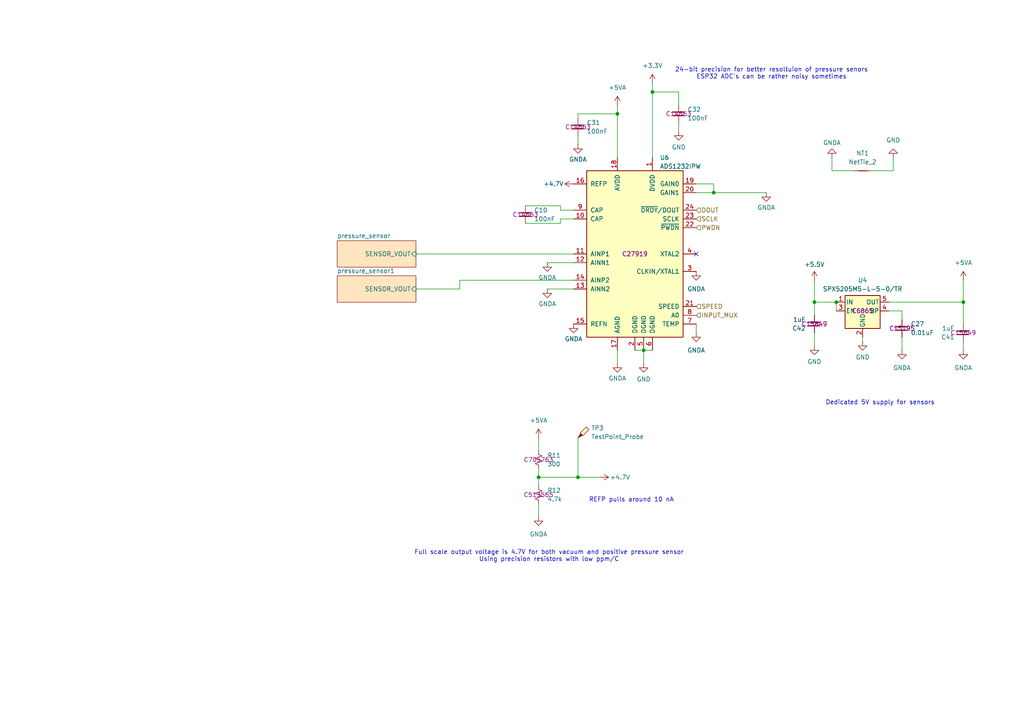
<source format=kicad_sch>
(kicad_sch (version 20250114) (generator "eeschema") (generator_version "9.0")
  (paper "A4")
  (lib_symbols
    (symbol "Analog_ADC:ADS1232IPW" (pin_names (offset 1.016))
      (property "Reference" "U" (at -13.97 25.4 0))
      (property "Value" "ADS1232IPW" (at 7.62 25.4 0))
      (symbol "ADS1232IPW_0_1"
        (rectangle (start -13.97 24.13) (end 13.97 -24.13) (stroke (width 0.254)) (fill (type background)))
      )
      (symbol "ADS1232IPW_1_1"
        (pin input line (at -17.78 20.32 0) (length 3.81) (name "REFP") (number "16"))
        (pin passive line (at -17.78 12.7 0) (length 3.81) (name "CAP") (number "9"))
        (pin passive line (at -17.78 10.16 0) (length 3.81) (name "CAP") (number "10"))
        (pin input line (at -17.78 0 0) (length 3.81) (name "AINP1") (number "11"))
        (pin input line (at -17.78 -2.54 0) (length 3.81) (name "AINN1") (number "12"))
        (pin input line (at -17.78 -7.62 0) (length 3.81) (name "AINP2") (number "14"))
        (pin input line (at -17.78 -10.16 0) (length 3.81) (name "AINN2") (number "13"))
        (pin input line (at -17.78 -20.32 0) (length 3.81) (name "REFN") (number "15"))
        (pin power_in line (at -5.08 27.94 270) (length 3.81) (name "AVDD") (number "18"))
        (pin power_in line (at -5.08 -27.94 90) (length 3.81) (name "AGND") (number "17"))
        (pin power_in line (at 0 -27.94 90) (length 3.81) (name "DGND") (number "2"))
        (pin power_in line (at 2.54 -27.94 90) (length 3.81) (name "DGND") (number "5"))
        (pin power_in line (at 5.08 27.94 270) (length 3.81) (name "DVDD") (number "1"))
        (pin power_in line (at 5.08 -27.94 90) (length 3.81) (name "DGND") (number "6"))
        (pin input line (at 17.78 20.32 180) (length 3.81) (name "GAIN0") (number "19"))
        (pin input line (at 17.78 17.78 180) (length 3.81) (name "GAIN1") (number "20"))
        (pin output line (at 17.78 12.7 180) (length 3.81) (name "~{DRDY}/DOUT") (number "24"))
        (pin input line (at 17.78 10.16 180) (length 3.81) (name "SCLK") (number "23"))
        (pin input line (at 17.78 7.62 180) (length 3.81) (name "~{PWDN}") (number "22"))
        (pin bidirectional line (at 17.78 0 180) (length 3.81) (name "XTAL2") (number "4"))
        (pin bidirectional line (at 17.78 -5.08 180) (length 3.81) (name "CLKIN/XTAL1") (number "3"))
        (pin input line (at 17.78 -15.24 180) (length 3.81) (name "SPEED") (number "21"))
        (pin input line (at 17.78 -17.78 180) (length 3.81) (name "A0") (number "8"))
        (pin input line (at 17.78 -20.32 180) (length 3.81) (name "TEMP") (number "7"))
      )
    )
    (symbol "Connector:TestPoint_Probe" (pin_numbers (hide yes)) (pin_names (offset 0.762) (hide yes))
      (property "Reference" "TP" (at 1.651 5.842 0))
      (property "Value" "TestPoint_Probe" (at 1.651 4.064 0))
      (symbol "TestPoint_Probe_0_1"
        (polyline (pts (xy 1.27 0.762) (xy 0 0) (xy 0.762 1.27) (xy 1.27 0.762)) (fill (type outline)))
        (polyline (pts (xy 1.397 0.635) (xy 0.635 1.397) (xy 2.413 3.175) (xy 3.175 2.413) (xy 1.397 0.635)) (fill (type background)))
      )
      (symbol "TestPoint_Probe_1_1"
        (pin passive line (at 0 0 90) (length 0) (name "1") (number "1"))
      )
    )
    (symbol "Device:C_Small" (pin_numbers (hide yes)) (pin_names (offset 0.254) (hide yes))
      (property "Reference" "C" (at 0.254 1.778 0))
      (property "Value" "C_Small" (at 0.254 -2.032 0))
      (symbol "C_Small_0_1"
        (polyline (pts (xy -1.524 0.508) (xy 1.524 0.508)) (stroke (width 0.3048)))
        (polyline (pts (xy -1.524 -0.508) (xy 1.524 -0.508)) (stroke (width 0.3302)))
      )
      (symbol "C_Small_1_1"
        (pin passive line (at 0 2.54 270) (length 2.032) (name "~") (number "1"))
        (pin passive line (at 0 -2.54 90) (length 2.032) (name "~") (number "2"))
      )
    )
    (symbol "Device:NetTie_2" (pin_numbers (hide yes)) (pin_names (offset 0) (hide yes)) (in_bom no)
      (property "Reference" "NT" (at 0 1.27 0))
      (property "Value" "NetTie_2" (at 0 -1.27 0))
      (symbol "NetTie_2_0_1"
        (polyline (pts (xy -1.27 0) (xy 1.27 0)) (stroke (width 0.254)))
      )
      (symbol "NetTie_2_1_1"
        (pin passive line (at -2.54 0 0) (length 2.54) (name "1") (number "1"))
        (pin passive line (at 2.54 0 180) (length 2.54) (name "2") (number "2"))
      )
    )
    (symbol "Device:R_Small_US" (pin_numbers (hide yes)) (pin_names (offset 0.254) (hide yes))
      (property "Reference" "R" (at 0.762 0.508 0))
      (property "Value" "R_Small_US" (at 0.762 -1.016 0))
      (symbol "R_Small_US_1_1"
        (polyline (pts (xy 0 1.524) (xy 1.016 1.143) (xy 0 0.762) (xy -1.016 0.381) (xy 0 0)))
        (polyline (pts (xy 0 0) (xy 1.016 -0.381) (xy 0 -0.762) (xy -1.016 -1.143) (xy 0 -1.524)))
        (pin passive line (at 0 2.54 270) (length 1.016) (name "~") (number "1"))
        (pin passive line (at 0 -2.54 90) (length 1.016) (name "~") (number "2"))
      )
    )
    (symbol "Regulator_Linear:SPX3819M5-L-5-0" (pin_names (offset 0.254))
      (property "Reference" "U" (at -3.81 5.715 0))
      (property "Value" "SPX3819M5-L-5-0" (at 0 5.715 0))
      (symbol "SPX3819M5-L-5-0_0_1"
        (rectangle (start -5.08 4.445) (end 5.08 -5.08) (stroke (width 0.254)) (fill (type background)))
      )
      (symbol "SPX3819M5-L-5-0_1_1"
        (pin power_in line (at -7.62 2.54 0) (length 2.54) (name "IN") (number "1"))
        (pin input line (at -7.62 0 0) (length 2.54) (name "EN") (number "3"))
        (pin power_in line (at 0 -7.62 90) (length 2.54) (name "GND") (number "2"))
        (pin power_out line (at 7.62 2.54 180) (length 2.54) (name "OUT") (number "5"))
        (pin input line (at 7.62 0 180) (length 2.54) (name "BP") (number "4"))
      )
    )
    (symbol "power:+3.3V" (power) (pin_numbers (hide yes)) (pin_names (offset 0) (hide yes))
      (property "Value" "+3.3V" (at 0 3.556 0))
      (symbol "+3.3V_0_1"
        (polyline (pts (xy -0.762 1.27) (xy 0 2.54)))
        (polyline (pts (xy 0 2.54) (xy 0.762 1.27)))
        (polyline (pts (xy 0 0) (xy 0 2.54)))
      )
      (symbol "+3.3V_1_1"
        (pin power_in line (at 0 0 90) (length 0) (name "~") (number "1"))
      )
    )
    (symbol "power:+5V" (power) (pin_numbers (hide yes)) (pin_names (offset 0) (hide yes))
      (property "Value" "+5V" (at 0 3.556 0))
      (symbol "+5V_0_1"
        (polyline (pts (xy -0.762 1.27) (xy 0 2.54)))
        (polyline (pts (xy 0 2.54) (xy 0.762 1.27)))
        (polyline (pts (xy 0 0) (xy 0 2.54)))
      )
      (symbol "+5V_1_1"
        (pin power_in line (at 0 0 90) (length 0) (name "~") (number "1"))
      )
    )
    (symbol "power:+5VA" (power) (pin_numbers (hide yes)) (pin_names (offset 0) (hide yes))
      (property "Value" "+5VA" (at 0 3.556 0))
      (symbol "+5VA_0_1"
        (polyline (pts (xy -0.762 1.27) (xy 0 2.54)))
        (polyline (pts (xy 0 2.54) (xy 0.762 1.27)))
        (polyline (pts (xy 0 0) (xy 0 2.54)))
      )
      (symbol "+5VA_1_1"
        (pin power_in line (at 0 0 90) (length 0) (name "~") (number "1"))
      )
    )
    (symbol "power:GND" (power) (pin_numbers (hide yes)) (pin_names (offset 0) (hide yes))
      (property "Value" "GND" (at 0 -3.81 0))
      (symbol "GND_0_1"
        (polyline (pts (xy 0 0) (xy 0 -1.27) (xy 1.27 -1.27) (xy 0 -2.54) (xy -1.27 -1.27) (xy 0 -1.27)))
      )
      (symbol "GND_1_1"
        (pin power_in line (at 0 0 270) (length 0) (name "~") (number "1"))
      )
    )
    (symbol "power:GNDA" (power) (pin_numbers (hide yes)) (pin_names (offset 0) (hide yes))
      (property "Value" "GNDA" (at 0 -3.81 0))
      (symbol "GNDA_0_1"
        (polyline (pts (xy 0 0) (xy 0 -1.27) (xy 1.27 -1.27) (xy 0 -2.54) (xy -1.27 -1.27) (xy 0 -1.27)))
      )
      (symbol "GNDA_1_1"
        (pin power_in line (at 0 0 270) (length 0) (name "~") (number "1"))
      )
    )
    (symbol "power:VAA" (power) (pin_numbers (hide yes)) (pin_names (offset 0) (hide yes))
      (property "Value" "VAA" (at 0 3.556 0))
      (symbol "VAA_0_1"
        (polyline (pts (xy -0.762 1.27) (xy 0 2.54)))
        (polyline (pts (xy 0 2.54) (xy 0.762 1.27)))
        (polyline (pts (xy 0 0) (xy 0 2.54)))
      )
      (symbol "VAA_1_1"
        (pin power_in line (at 0 0 90) (length 0) (name "~") (number "1"))
      )
    )
  )
  (text "REFP pulls around 10 nA" (at 183.134 145.034 0) (effects (font (size 1.27 1.27))))
  (text "24-bit precision for better resoltuion of pressure senors\nESP32 ADC's can be rather noisy sometimes" (at 223.774 21.336 0) (effects (font (size 1.27 1.27))))
  (text "Full scale output voltage is 4.7V for both vacuum and positive pressure sensor\nUsing precision resistors with low ppm/C" (at 159.258 161.29 0) (effects (font (size 1.27 1.27))))
  (text "Dedicated 5V supply for sensors" (at 255.27 116.84 0) (effects (font (size 1.27 1.27))))
  (junction (at 207.01 55.88))
  (junction (at 179.07 33.02))
  (junction (at 242.57 87.63))
  (junction (at 236.22 87.63))
  (junction (at 156.21 138.43))
  (junction (at 186.69 101.6))
  (junction (at 279.4 87.63))
  (junction (at 189.23 26.67))
  (junction (at 167.64 138.43))
  (no_connect (at 201.93 73.66))
  (wire (pts (xy 196.85 26.67) (xy 189.23 26.67)))
  (wire (pts (xy 241.3 49.53) (xy 247.65 49.53)))
  (wire (pts (xy 222.25 55.88) (xy 207.01 55.88)))
  (wire (pts (xy 167.64 34.29) (xy 167.64 33.02)))
  (wire (pts (xy 261.62 90.17) (xy 261.62 92.71)))
  (wire (pts (xy 162.56 60.96) (xy 166.37 60.96)))
  (wire (pts (xy 236.22 87.63) (xy 236.22 91.44)))
  (wire (pts (xy 279.4 99.06) (xy 279.4 101.6)))
  (wire (pts (xy 184.15 101.6) (xy 186.69 101.6)))
  (wire (pts (xy 201.93 55.88) (xy 207.01 55.88)))
  (wire (pts (xy 250.19 97.79) (xy 250.19 99.06)))
  (wire (pts (xy 279.4 81.28) (xy 279.4 87.63)))
  (wire (pts (xy 252.73 49.53) (xy 259.08 49.53)))
  (wire (pts (xy 133.35 81.28) (xy 166.37 81.28)))
  (wire (pts (xy 186.69 101.6) (xy 186.69 105.41)))
  (wire (pts (xy 167.64 138.43) (xy 173.99 138.43)))
  (wire (pts (xy 241.3 45.72) (xy 241.3 49.53)))
  (wire (pts (xy 167.64 41.91) (xy 167.64 39.37)))
  (wire (pts (xy 179.07 33.02) (xy 179.07 45.72)))
  (wire (pts (xy 189.23 26.67) (xy 189.23 45.72)))
  (wire (pts (xy 242.57 87.63) (xy 242.57 90.17)))
  (wire (pts (xy 158.75 83.82) (xy 166.37 83.82)))
  (wire (pts (xy 189.23 24.13) (xy 189.23 26.67)))
  (wire (pts (xy 156.21 127) (xy 156.21 130.81)))
  (wire (pts (xy 257.81 90.17) (xy 261.62 90.17)))
  (wire (pts (xy 196.85 30.48) (xy 196.85 26.67)))
  (wire (pts (xy 179.07 30.48) (xy 179.07 33.02)))
  (wire (pts (xy 166.37 63.5) (xy 162.56 63.5)))
  (wire (pts (xy 156.21 138.43) (xy 156.21 140.97)))
  (wire (pts (xy 242.57 87.63) (xy 236.22 87.63)))
  (wire (pts (xy 196.85 38.1) (xy 196.85 35.56)))
  (wire (pts (xy 156.21 138.43) (xy 167.64 138.43)))
  (wire (pts (xy 201.93 93.98) (xy 201.93 96.52)))
  (wire (pts (xy 279.4 87.63) (xy 279.4 93.98)))
  (wire (pts (xy 162.56 63.5) (xy 162.56 64.77)))
  (wire (pts (xy 207.01 53.34) (xy 207.01 55.88)))
  (wire (pts (xy 152.4 59.69) (xy 162.56 59.69)))
  (wire (pts (xy 167.64 127) (xy 167.64 138.43)))
  (wire (pts (xy 179.07 101.6) (xy 179.07 105.41)))
  (wire (pts (xy 236.22 81.28) (xy 236.22 87.63)))
  (wire (pts (xy 236.22 96.52) (xy 236.22 100.33)))
  (wire (pts (xy 156.21 135.89) (xy 156.21 138.43)))
  (wire (pts (xy 158.75 76.2) (xy 166.37 76.2)))
  (wire (pts (xy 259.08 49.53) (xy 259.08 45.72)))
  (wire (pts (xy 201.93 53.34) (xy 207.01 53.34)))
  (wire (pts (xy 133.35 81.28) (xy 133.35 83.82)))
  (wire (pts (xy 162.56 64.77) (xy 152.4 64.77)))
  (wire (pts (xy 261.62 97.79) (xy 261.62 101.6)))
  (wire (pts (xy 120.65 73.66) (xy 166.37 73.66)))
  (wire (pts (xy 162.56 59.69) (xy 162.56 60.96)))
  (wire (pts (xy 167.64 33.02) (xy 179.07 33.02)))
  (wire (pts (xy 257.81 87.63) (xy 279.4 87.63)))
  (wire (pts (xy 186.69 101.6) (xy 189.23 101.6)))
  (wire (pts (xy 133.35 83.82) (xy 120.65 83.82)))
  (wire (pts (xy 156.21 146.05) (xy 156.21 149.86)))
  (hierarchical_label "SCLK" (shape input) (at 201.93 63.5 0))
  (hierarchical_label "INPUT_MUX" (shape input) (at 201.93 91.44 0))
  (hierarchical_label "PWDN" (shape input) (at 201.93 66.04 0))
  (hierarchical_label "DOUT" (shape input) (at 201.93 60.96 0))
  (hierarchical_label "SPEED" (shape input) (at 201.93 88.9 0))
  (symbol (lib_id "power:GNDA") (at 156.21 149.86 0) (unit 1)
    (property "Reference" "#PWR018" (effects (hide yes)))
    (property "Value" "GNDA" (at 156.21 154.94 0))
    (property "Description" "Power symbol creates a global label with name \"GNDA\" , analog ground" (effects (hide yes)))
  )
  (symbol (lib_id "power:GNDA") (at 241.3 45.72 180) (unit 1)
    (property "Reference" "#PWR098" (effects (hide yes)))
    (property "Value" "GNDA" (at 241.3 41.402 0))
    (property "Description" "Power symbol creates a global label with name \"GNDA\" , analog ground" (effects (hide yes)))
  )
  (symbol (lib_id "power:GNDA") (at 261.62 101.6 0) (unit 1)
    (property "Reference" "#PWR084" (effects (hide yes)))
    (property "Value" "GNDA" (at 261.62 106.68 0))
    (property "Description" "Power symbol creates a global label with name \"GNDA\" , analog ground" (effects (hide yes)))
  )
  (symbol (lib_id "Regulator_Linear:SPX3819M5-L-5-0") (at 250.19 90.17 0) (unit 1)
    (property "Reference" "U4" (at 250.19 81.28 0))
    (property "Value" "SPX5205M5-L-5-0/TR" (at 250.19 83.82 0))
    (property "Footprint" "Package_TO_SOT_SMD:SOT-23-5" (effects (hide yes)))
    (property "Description" "150mA Fixed 5V Positive electrode 16V SOT-23-5 Voltage Regulators - Linear, Low Drop Out (LDO) Regulators ROHS" (effects (hide yes)))
    (property "MPN" "SPX5205M5-L-5-0/TR" (effects (hide yes)))
    (property "Manufacturer" "MaxLinear" (effects (hide yes)))
    (property "LCSC" "C6865" (at 250.19 90.17 0))
  )
  (symbol (lib_id "Device:R_Small_US") (at 156.21 143.51 0) (unit 1)
    (property "Reference" "R12" (at 158.75 142.2399 0) (effects (justify left)))
    (property "Value" "4.7k" (at 158.75 144.7799 0) (effects (justify left)))
    (property "Footprint" "Resistor_SMD:R_0603_1608Metric_Pad0.98x0.95mm_HandSolder" (effects (hide yes)))
    (property "Description" "100mW Thin Film Resistor 75V ±25ppm/℃ ±0.1% 4.7kΩ 0603 Chip Resistor - Surface Mount ROHS" (effects (hide yes)))
    (property "MPN" "RT0603BRD074K7L" (effects (hide yes)))
    (property "Manufacturer" "YAGEO" (effects (hide yes)))
    (property "DigiKey Link" "https://www.digikey.com/en/products/detail/susumu/RG1608P-472-B-T5/1240593" (effects (hide yes)))
    (property "LCSC" "C513565" (at 156.21 143.51 0))
  )
  (symbol (lib_id "power:GND") (at 250.19 99.06 0) (unit 1)
    (property "Reference" "#PWR085" (effects (hide yes)))
    (property "Value" "GND" (at 250.19 103.632 0))
    (property "Description" "Power symbol creates a global label with name \"GND\" , ground" (effects (hide yes)))
  )
  (symbol (lib_id "power:GNDA") (at 158.75 76.2 0) (unit 1)
    (property "Reference" "#PWR0113" (effects (hide yes)))
    (property "Value" "GNDA" (at 158.75 80.518 0))
    (property "Description" "Power symbol creates a global label with name \"GNDA\" , analog ground" (effects (hide yes)))
  )
  (symbol (lib_id "power:GNDA") (at 279.4 101.6 0) (unit 1)
    (property "Reference" "#PWR088" (effects (hide yes)))
    (property "Value" "GNDA" (at 279.4 106.68 0))
    (property "Description" "Power symbol creates a global label with name \"GNDA\" , analog ground" (effects (hide yes)))
  )
  (symbol (lib_id "power:VAA") (at 173.99 138.43 270) (unit 1)
    (property "Reference" "#PWR024" (effects (hide yes)))
    (property "Value" "+4.7V" (at 179.832 138.43 90))
    (property "Description" "Power symbol creates a global label with name \"VAA\"" (effects (hide yes)))
  )
  (symbol (lib_id "power:+5VA") (at 156.21 127 0) (unit 1)
    (property "Reference" "#PWR020" (effects (hide yes)))
    (property "Value" "+5VA" (at 156.21 121.92 0))
    (property "Description" "Power symbol creates a global label with name \"+5VA\"" (effects (hide yes)))
  )
  (symbol (lib_id "Device:C_Small") (at 279.4 96.52 180) (unit 1)
    (property "Reference" "C41" (at 276.86 97.7838 0) (effects (justify left)))
    (property "Value" "1uF" (at 276.86 95.2438 0) (effects (justify left)))
    (property "Footprint" "Capacitor_SMD:C_0603_1608Metric_Pad1.08x0.95mm_HandSolder" (effects (hide yes)))
    (property "Description" "50V 1uF X5R ±10% 0603 Multilayer Ceramic Capacitors MLCC - SMD/SMT ROHS" (effects (hide yes)))
    (property "DigiKey Link" "https://www.digikey.com/en/products/detail/samsung-electro-mechanics/CL10B105KO8NNNC/3886677" (effects (hide yes)))
    (property "MPN" "CL10A105KB8NNNC" (effects (hide yes)))
    (property "Manufacturer" "Samsung Electro-Mechanics" (effects (hide yes)))
    (property "LCSC" "C15849" (at 279.4 96.52 0))
  )
  (symbol (lib_id "power:+5VA") (at 179.07 30.48 0) (unit 1)
    (property "Reference" "#PWR0109" (effects (hide yes)))
    (property "Value" "+5VA" (at 179.07 25.4 0))
    (property "Description" "Power symbol creates a global label with name \"+5VA\"" (effects (hide yes)))
  )
  (symbol (lib_id "Device:C_Small") (at 236.22 93.98 180) (unit 1)
    (property "Reference" "C42" (at 233.68 95.2438 0) (effects (justify left)))
    (property "Value" "1uF" (at 233.68 92.7038 0) (effects (justify left)))
    (property "Footprint" "Capacitor_SMD:C_0603_1608Metric_Pad1.08x0.95mm_HandSolder" (effects (hide yes)))
    (property "Description" "50V 1uF X5R ±10% 0603 Multilayer Ceramic Capacitors MLCC - SMD/SMT ROHS" (effects (hide yes)))
    (property "DigiKey Link" "https://www.digikey.com/en/products/detail/samsung-electro-mechanics/CL10B105KO8NNNC/3886677" (effects (hide yes)))
    (property "MPN" "CL10A105KB8NNNC" (effects (hide yes)))
    (property "Manufacturer" "Samsung Electro-Mechanics" (effects (hide yes)))
    (property "LCSC" "C15849" (at 236.22 93.98 0))
  )
  (symbol (lib_id "power:GNDA") (at 167.64 41.91 0) (unit 1)
    (property "Reference" "#PWR0116" (effects (hide yes)))
    (property "Value" "GNDA" (at 167.64 46.228 0))
    (property "Description" "Power symbol creates a global label with name \"GNDA\" , analog ground" (effects (hide yes)))
  )
  (symbol (lib_id "Device:C_Small") (at 152.4 62.23 0) (unit 1)
    (property "Reference" "C10" (at 154.94 60.9662 0) (effects (justify left)))
    (property "Value" "100nF" (at 154.94 63.5062 0) (effects (justify left)))
    (property "Footprint" "Capacitor_SMD:C_0603_1608Metric_Pad1.08x0.95mm_HandSolder" (effects (hide yes)))
    (property "Description" "50V 100nF X7R ±10% 0603 Multilayer Ceramic Capacitors MLCC - SMD/SMT ROHS" (effects (hide yes)))
    (property "DigiKey Link" "https://www.digikey.com/en/products/detail/samsung-electro-mechanics/CL10B104KO8NNNC/3886663" (effects (hide yes)))
    (property "MPN" "CC0603KRX7R9BB104" (effects (hide yes)))
    (property "Manufacturer" "YAGEO" (effects (hide yes)))
    (property "LCSC" "C14663" (at 152.4 62.23 0))
  )
  (symbol (lib_id "power:+3.3V") (at 189.23 24.13 0) (unit 1)
    (property "Reference" "#PWR038" (effects (hide yes)))
    (property "Value" "+3.3V" (at 189.23 19.05 0))
    (property "Description" "Power symbol creates a global label with name \"+3.3V\"" (effects (hide yes)))
  )
  (symbol (lib_id "power:GND") (at 196.85 38.1 0) (unit 1)
    (property "Reference" "#PWR0117" (effects (hide yes)))
    (property "Value" "GND" (at 196.85 42.672 0))
    (property "Description" "Power symbol creates a global label with name \"GND\" , ground" (effects (hide yes)))
  )
  (symbol (lib_id "Connector:TestPoint_Probe") (at 167.64 127 0) (unit 1) (in_bom no)
    (property "Reference" "TP3" (at 171.45 124.1424 0) (effects (justify left)))
    (property "Value" "TestPoint_Probe" (at 171.45 126.6824 0) (effects (justify left)))
    (property "Footprint" "TestPoint:TestPoint_Keystone_5000-5004_Miniature" (effects (hide yes)))
    (property "Description" "test point (alternative probe-style design)" (effects (hide yes)))
  )
  (symbol (lib_id "power:GNDA") (at 179.07 105.41 0) (unit 1)
    (property "Reference" "#PWR077" (effects (hide yes)))
    (property "Value" "GNDA" (at 179.07 109.728 0))
    (property "Description" "Power symbol creates a global label with name \"GNDA\" , analog ground" (effects (hide yes)))
  )
  (symbol (lib_id "Device:C_Small") (at 196.85 33.02 0) (unit 1)
    (property "Reference" "C32" (at 199.39 31.7562 0) (effects (justify left)))
    (property "Value" "100nF" (at 199.39 34.2962 0) (effects (justify left)))
    (property "Footprint" "Capacitor_SMD:C_0603_1608Metric_Pad1.08x0.95mm_HandSolder" (effects (hide yes)))
    (property "Description" "50V 100nF X7R ±10% 0603 Multilayer Ceramic Capacitors MLCC - SMD/SMT ROHS" (effects (hide yes)))
    (property "DigiKey Link" "https://www.digikey.com/en/products/detail/samsung-electro-mechanics/CL10B104KO8NNNC/3886663" (effects (hide yes)))
    (property "MPN" "CC0603KRX7R9BB104" (effects (hide yes)))
    (property "Manufacturer" "YAGEO" (effects (hide yes)))
    (property "LCSC" "C14663" (at 196.85 33.02 0))
  )
  (symbol (lib_id "power:GNDA") (at 201.93 78.74 0) (unit 1)
    (property "Reference" "#PWR0110" (effects (hide yes)))
    (property "Value" "GNDA" (at 201.93 83.82 0))
    (property "Description" "Power symbol creates a global label with name \"GNDA\" , analog ground" (effects (hide yes)))
  )
  (symbol (lib_id "power:+5VA") (at 279.4 81.28 0) (unit 1)
    (property "Reference" "#PWR089" (effects (hide yes)))
    (property "Value" "+5VA" (at 279.4 76.2 0))
    (property "Description" "Power symbol creates a global label with name \"+5VA\"" (effects (hide yes)))
  )
  (symbol (lib_id "Device:C_Small") (at 167.64 36.83 0) (unit 1)
    (property "Reference" "C31" (at 170.18 35.5662 0) (effects (justify left)))
    (property "Value" "100nF" (at 170.18 38.1062 0) (effects (justify left)))
    (property "Footprint" "Capacitor_SMD:C_0603_1608Metric_Pad1.08x0.95mm_HandSolder" (effects (hide yes)))
    (property "Description" "50V 100nF X7R ±10% 0603 Multilayer Ceramic Capacitors MLCC - SMD/SMT ROHS" (effects (hide yes)))
    (property "DigiKey Link" "https://www.digikey.com/en/products/detail/samsung-electro-mechanics/CL10B104KO8NNNC/3886663" (effects (hide yes)))
    (property "MPN" "CC0603KRX7R9BB104" (effects (hide yes)))
    (property "Manufacturer" "YAGEO" (effects (hide yes)))
    (property "LCSC" "C14663" (at 167.64 36.83 0))
  )
  (symbol (lib_id "Device:R_Small_US") (at 156.21 133.35 0) (unit 1)
    (property "Reference" "R11" (at 158.75 132.0799 0) (effects (justify left)))
    (property "Value" "300" (at 158.75 134.6199 0) (effects (justify left)))
    (property "Footprint" "Resistor_SMD:R_0603_1608Metric_Pad0.98x0.95mm_HandSolder" (effects (hide yes)))
    (property "Description" "100mW Thin Film Resistor 75V ±25ppm/℃ ±0.1% 300Ω 0603 Chip Resistor - Surface Mount ROHS" (effects (hide yes)))
    (property "MPN" "RT0603BRD07300RL" (effects (hide yes)))
    (property "Manufacturer" "YAGEO" (effects (hide yes)))
    (property "DigiKey Link" "https://www.digikey.com/en/products/detail/susumu/RG1608P-301-B-T5/1240548" (effects (hide yes)))
    (property "LCSC" "C705763" (at 156.21 133.35 0))
  )
  (symbol (lib_id "power:VAA") (at 166.37 53.34 90) (unit 1)
    (property "Reference" "#PWR039" (effects (hide yes)))
    (property "Value" "+4.7V" (at 160.528 53.34 90))
    (property "Description" "Power symbol creates a global label with name \"VAA\"" (effects (hide yes)))
  )
  (symbol (lib_id "power:GND") (at 186.69 105.41 0) (unit 1)
    (property "Reference" "#PWR079" (effects (hide yes)))
    (property "Value" "GND" (at 186.69 109.982 0))
    (property "Description" "Power symbol creates a global label with name \"GND\" , ground" (effects (hide yes)))
  )
  (symbol (lib_id "power:GNDA") (at 166.37 93.98 0) (unit 1)
    (property "Reference" "#PWR0111" (effects (hide yes)))
    (property "Value" "GNDA" (at 166.37 98.298 0))
    (property "Description" "Power symbol creates a global label with name \"GNDA\" , analog ground" (effects (hide yes)))
  )
  (symbol (lib_id "Analog_ADC:ADS1232IPW") (at 184.15 73.66 0) (unit 1)
    (property "Reference" "U6" (at 191.3733 45.72 0) (effects (justify left)))
    (property "Value" "ADS1232IPW" (at 191.3733 48.26 0) (effects (justify left)))
    (property "Footprint" "Package_SO:TSSOP-24_6.1x7.8mm_P0.65mm" (effects (hide yes)))
    (property "Datasheet" "http://www.ti.com/lit/ds/symlink/ads1232.pdf" (effects (hide yes)))
    (property "Description" "24Bit 2.7V~5.3V 80Hz Serial TSSOP-24 Analog to Digital Converters (ADC) ROHS" (effects (hide yes)))
    (property "MPN" "ADS1232IPWR" (effects (hide yes)))
    (property "Manufacturer" "Texas Instruments" (effects (hide yes)))
    (property "LCSC" "C27919" (at 184.15 73.66 0))
  )
  (symbol (lib_id "power:GNDA") (at 222.25 55.88 0) (unit 1)
    (property "Reference" "#PWR0112" (effects (hide yes)))
    (property "Value" "GNDA" (at 222.25 60.198 0))
    (property "Description" "Power symbol creates a global label with name \"GNDA\" , analog ground" (effects (hide yes)))
  )
  (symbol (lib_id "power:GND") (at 259.08 45.72 180) (unit 1)
    (property "Reference" "#PWR099" (effects (hide yes)))
    (property "Value" "GND" (at 259.08 40.64 0))
    (property "Description" "Power symbol creates a global label with name \"GND\" , ground" (effects (hide yes)))
  )
  (symbol (lib_id "Device:NetTie_2") (at 250.19 49.53 0) (unit 1) (in_bom no)
    (property "Reference" "NT1" (at 250.19 44.45 0))
    (property "Value" "NetTie_2" (at 250.19 46.99 0))
    (property "Footprint" "NetTie:NetTie-2_SMD_Pad0.5mm" (effects (hide yes)))
    (property "Description" "Net tie, 2 pins" (effects (hide yes)))
  )
  (symbol (lib_id "power:GNDA") (at 158.75 83.82 0) (unit 1)
    (property "Reference" "#PWR0114" (effects (hide yes)))
    (property "Value" "GNDA" (at 158.75 88.138 0))
    (property "Description" "Power symbol creates a global label with name \"GNDA\" , analog ground" (effects (hide yes)))
  )
  (symbol (lib_id "power:GND") (at 236.22 100.33 0) (unit 1)
    (property "Reference" "#PWR083" (effects (hide yes)))
    (property "Value" "GND" (at 236.22 104.902 0))
    (property "Description" "Power symbol creates a global label with name \"GND\" , ground" (effects (hide yes)))
  )
  (symbol (lib_id "power:GNDA") (at 201.93 96.52 0) (unit 1)
    (property "Reference" "#PWR0115" (effects (hide yes)))
    (property "Value" "GNDA" (at 201.93 101.6 0))
    (property "Description" "Power symbol creates a global label with name \"GNDA\" , analog ground" (effects (hide yes)))
  )
  (symbol (lib_id "Device:C_Small") (at 261.62 95.25 180) (unit 1)
    (property "Reference" "C27" (at 264.16 93.9735 0) (effects (justify right)))
    (property "Value" "0.01uF" (at 264.16 96.5135 0) (effects (justify right)))
    (property "Footprint" "Capacitor_SMD:C_0402_1005Metric_Pad0.74x0.62mm_HandSolder" (effects (hide yes)))
    (property "Description" "10000 pF ±10% 50V Ceramic Capacitor X7R 0402 (1005 Metric)" (effects (hide yes)))
    (property "MPN" "CL05B103KB5NNNC" (effects (hide yes)))
    (property "Manufacturer" "Samsung Electro-Mechanics" (effects (hide yes)))
    (property "DigiKey Link" "https://www.digikey.com/en/products/detail/samsung-electro-mechanics/CL05B103KB5NNNC/3886686" (effects (hide yes)))
    (property "LCSC" "C15195" (at 261.62 95.25 0))
  )
  (symbol (lib_id "power:+5V") (at 236.22 81.28 0) (unit 1)
    (property "Reference" "#PWR090" (effects (hide yes)))
    (property "Value" "+5.5V" (at 236.22 76.708 0))
    (property "Description" "Power symbol creates a global label with name \"+5V\"" (effects (hide yes)))
  )
  (sheet (at 97.79 69.85) (size 22.86 7.62) (stroke (width 0.1524)) (fill (color 255 229 191 1.0000))
    (property "Sheetname" "pressure_sensor" (at 97.79 69.1384 0) (effects (justify left bottom)))
    (property "Sheetfile" "pressure_sensor.kicad_sch" (effects (hide yes)))
    (pin "SENSOR_VOUT" input (at 120.65 73.66 0))
  )
  (sheet (at 97.79 80.01) (size 22.86 7.62) (stroke (width 0.1524)) (fill (color 255 229 191 1.0000))
    (property "Sheetname" "pressure_sensor1" (at 97.79 79.2984 0) (effects (justify left bottom)))
    (property "Sheetfile" "pressure_sensor.kicad_sch" (effects (hide yes)))
    (pin "SENSOR_VOUT" input (at 120.65 83.82 0))
  )
)
</source>
